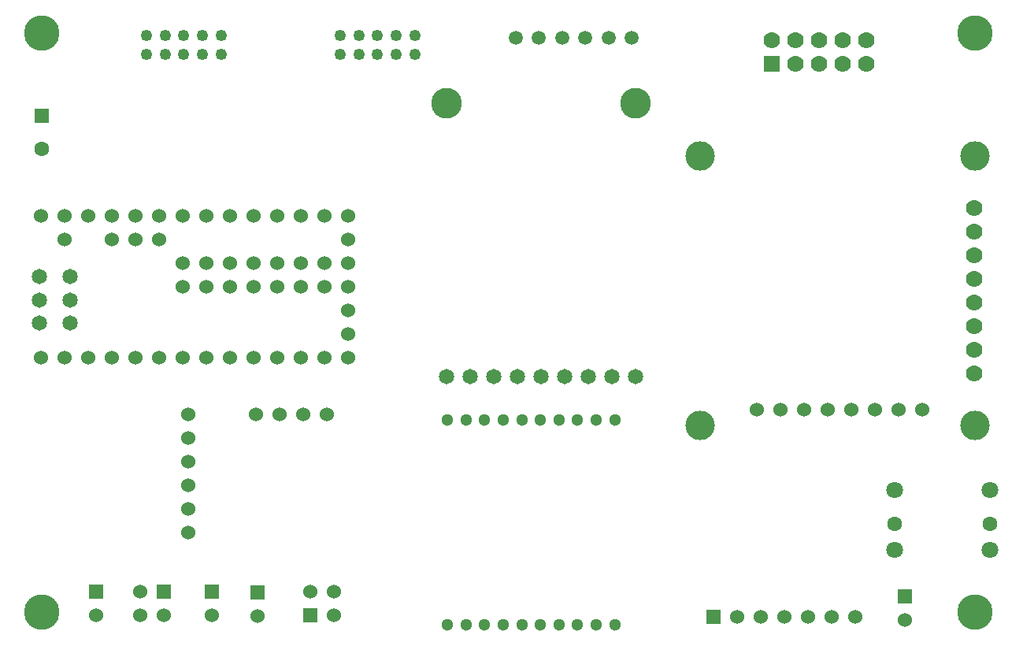
<source format=gbs>
G04 (created by PCBNEW (2013-jul-07)-stable) date Sun 08 May 2016 08:08:29 PM PDT*
%MOIN*%
G04 Gerber Fmt 3.4, Leading zero omitted, Abs format*
%FSLAX34Y34*%
G01*
G70*
G90*
G04 APERTURE LIST*
%ADD10C,0.00590551*%
%ADD11C,0.06*%
%ADD12R,0.06X0.06*%
%ADD13C,0.0629921*%
%ADD14C,0.0708661*%
%ADD15C,0.065*%
%ADD16C,0.13*%
%ADD17C,0.07*%
%ADD18C,0.125*%
%ADD19R,0.063X0.063*%
%ADD20C,0.063*%
%ADD21R,0.07X0.07*%
%ADD22C,0.0492126*%
%ADD23C,0.15*%
%ADD24C,0.0590551*%
%ADD25C,0.0511811*%
G04 APERTURE END LIST*
G54D10*
G54D11*
X20550Y-27650D03*
X21550Y-27650D03*
X22550Y-27650D03*
X23550Y-27650D03*
G54D12*
X16650Y-35150D03*
G54D11*
X16650Y-36150D03*
X15650Y-35150D03*
X15650Y-36150D03*
G54D12*
X18670Y-35150D03*
G54D11*
X18670Y-36150D03*
G54D12*
X20618Y-35179D03*
G54D11*
X20618Y-36179D03*
X17700Y-27650D03*
X17700Y-28650D03*
X17700Y-29650D03*
X17700Y-30650D03*
X17700Y-31650D03*
X17700Y-32650D03*
G54D13*
X47578Y-32283D03*
X51633Y-32283D03*
G54D14*
X47578Y-30826D03*
X47582Y-33385D03*
X51633Y-30826D03*
X51633Y-33385D03*
G54D15*
X12700Y-23780D03*
X12700Y-22800D03*
X12700Y-21820D03*
X11400Y-21820D03*
X11400Y-22800D03*
X11400Y-23780D03*
X28618Y-26043D03*
X29618Y-26043D03*
X30618Y-26043D03*
X31618Y-26043D03*
X32618Y-26043D03*
X33618Y-26043D03*
X34618Y-26043D03*
X35618Y-26043D03*
G54D16*
X28618Y-14483D03*
X36618Y-14483D03*
G54D15*
X36618Y-26043D03*
G54D17*
X50950Y-18900D03*
X50950Y-19900D03*
X50950Y-20900D03*
X50950Y-21900D03*
X50950Y-22900D03*
X50950Y-23900D03*
X50950Y-24900D03*
X50950Y-25900D03*
G54D18*
X50980Y-16690D03*
X50980Y-28110D03*
X39360Y-16690D03*
X39360Y-28110D03*
G54D19*
X11500Y-15011D03*
G54D20*
X11500Y-16389D03*
G54D12*
X13800Y-35150D03*
G54D11*
X13800Y-36150D03*
G54D21*
X42400Y-12800D03*
G54D17*
X42400Y-11800D03*
X43400Y-12800D03*
X43400Y-11800D03*
X44400Y-12800D03*
X44400Y-11800D03*
X45400Y-12800D03*
X45400Y-11800D03*
X46400Y-12800D03*
X46400Y-11800D03*
G54D11*
X11450Y-25250D03*
X12450Y-25250D03*
X13450Y-25250D03*
X14450Y-25250D03*
X15450Y-25250D03*
X16450Y-25250D03*
X17450Y-25250D03*
X18450Y-25250D03*
X19450Y-25250D03*
X20450Y-25250D03*
X21450Y-25250D03*
X22450Y-25250D03*
X23450Y-25250D03*
X24450Y-25250D03*
X24450Y-24250D03*
X24450Y-23250D03*
X24450Y-22250D03*
X24450Y-21250D03*
X24450Y-20250D03*
X24450Y-19250D03*
X23450Y-19250D03*
X22450Y-19250D03*
X21450Y-19250D03*
X20450Y-19250D03*
X19450Y-19250D03*
X18450Y-19250D03*
X17450Y-19250D03*
X16450Y-19250D03*
X15450Y-19250D03*
X14450Y-19250D03*
X13450Y-19250D03*
X12450Y-19250D03*
X11450Y-19250D03*
X17450Y-22250D03*
X18450Y-22250D03*
X19450Y-22250D03*
X20450Y-22250D03*
X21450Y-22250D03*
X22450Y-22250D03*
X23450Y-22250D03*
X23450Y-21250D03*
X22450Y-21250D03*
X21450Y-21250D03*
X20450Y-21250D03*
X19450Y-21250D03*
X18450Y-21250D03*
X17450Y-21250D03*
X16450Y-20250D03*
X15450Y-20250D03*
X14450Y-20250D03*
X12450Y-20250D03*
G54D22*
X24125Y-12393D03*
X24125Y-11606D03*
X24912Y-12393D03*
X24912Y-11606D03*
X25700Y-12393D03*
X25700Y-11606D03*
X26487Y-12393D03*
X26487Y-11606D03*
X27274Y-12393D03*
X27274Y-11606D03*
X15925Y-12393D03*
X15925Y-11606D03*
X16712Y-12393D03*
X16712Y-11606D03*
X17500Y-12393D03*
X17500Y-11606D03*
X18287Y-12393D03*
X18287Y-11606D03*
X19074Y-12393D03*
X19074Y-11606D03*
G54D23*
X11500Y-11500D03*
X11500Y-36000D03*
X51000Y-11500D03*
X51000Y-36000D03*
G54D24*
X36460Y-11700D03*
X31539Y-11700D03*
X32523Y-11700D03*
X33507Y-11700D03*
X34492Y-11700D03*
X35476Y-11700D03*
G54D12*
X22850Y-36150D03*
G54D11*
X22850Y-35150D03*
X23850Y-36150D03*
X23850Y-35150D03*
G54D25*
X35743Y-27869D03*
X34955Y-27869D03*
X34168Y-27869D03*
X33381Y-27869D03*
X32593Y-27869D03*
X31806Y-27869D03*
X31018Y-27869D03*
X30231Y-27869D03*
X29444Y-27869D03*
X28656Y-27869D03*
X28656Y-36530D03*
X29444Y-36530D03*
X30231Y-36530D03*
X31018Y-36530D03*
X31806Y-36530D03*
X32593Y-36530D03*
X33381Y-36530D03*
X34168Y-36530D03*
X34955Y-36530D03*
X35743Y-36530D03*
G54D11*
X48750Y-27450D03*
X47750Y-27450D03*
X41750Y-27450D03*
X42750Y-27450D03*
X43750Y-27450D03*
X44750Y-27450D03*
X45750Y-27450D03*
X46750Y-27450D03*
G54D12*
X48031Y-35326D03*
G54D11*
X48031Y-36326D03*
G54D12*
X39913Y-36220D03*
G54D11*
X40913Y-36220D03*
X41913Y-36220D03*
X42913Y-36220D03*
X43913Y-36220D03*
X44913Y-36220D03*
X45913Y-36220D03*
M02*

</source>
